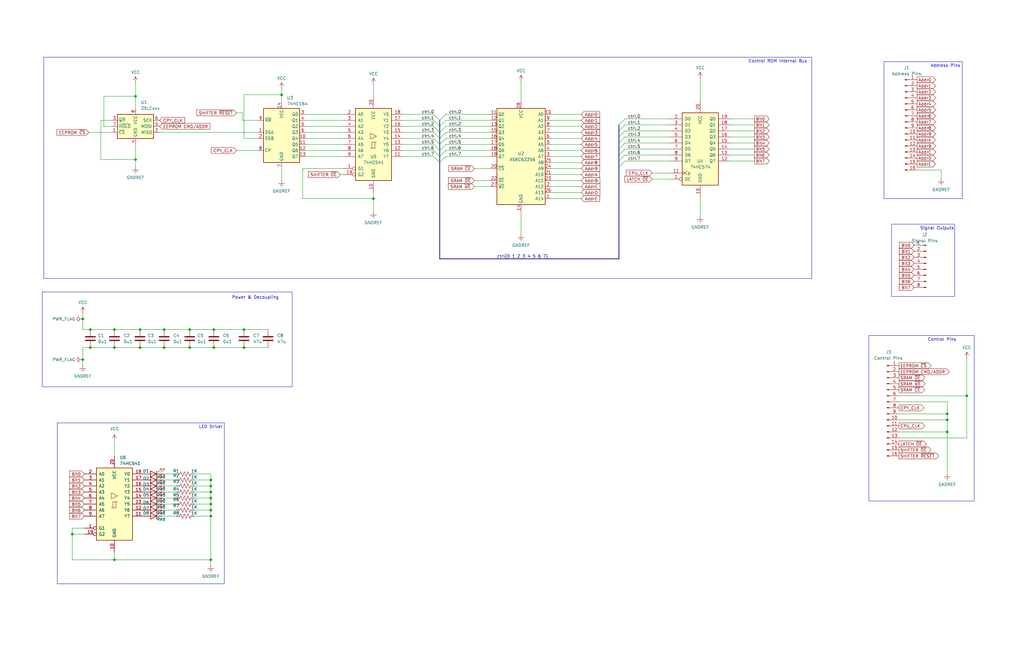
<source format=kicad_sch>
(kicad_sch (version 20230121) (generator eeschema)
  (paper "B")
  (title_block (title "Control ROM") (date "2024-03-01") (rev "1.0") (company "16-Bit Computer From Scratch") (comment 1 "Adam Clark (@eryjus)"))
  (lib_symbols
    (symbol "74xx:74HC164"
      (property "Reference" "U" (at 1.905 -13.97 0))
      (property "Value" "74HC164" (at 1.905 -16.51 0))
      (symbol "74HC164_0_1"
        (rectangle (start 7.62 10.16) (end -7.62 -12.7) (stroke (width 0.254)) (fill (type background)))
      )
      (symbol "74HC164_1_1"
        (pin input line (at -10.16 0 0) (length 2.54) (name "DSA") (number "1"))
        (pin output line (at 10.16 -2.54 180) (length 2.54) (name "Q4") (number "10"))
        (pin output line (at 10.16 -5.08 180) (length 2.54) (name "Q5") (number "11"))
        (pin output line (at 10.16 -7.62 180) (length 2.54) (name "Q6") (number "12"))
        (pin output line (at 10.16 -10.16 180) (length 2.54) (name "Q7") (number "13"))
        (pin power_in line (at 0 12.7 270) (length 2.54) (name "VCC") (number "14"))
        (pin input line (at -10.16 -2.54 0) (length 2.54) (name "DSB") (number "2"))
        (pin output line (at 10.16 7.62 180) (length 2.54) (name "Q0") (number "3"))
        (pin output line (at 10.16 5.08 180) (length 2.54) (name "Q1") (number "4"))
        (pin output line (at 10.16 2.54 180) (length 2.54) (name "Q2") (number "5"))
        (pin output line (at 10.16 0 180) (length 2.54) (name "Q3") (number "6"))
        (pin power_in line (at 0 -15.24 90) (length 2.54) (name "GND") (number "7"))
        (pin input line (at -10.16 -7.62 0) (length 2.54) (name "CP") (number "8"))
        (pin input line (at -10.16 5.08 0) (length 2.54) (name "~{MR}") (number "9"))
      )
    )
    (symbol "Connector:Conn_01x08_Pin" (pin_names (offset 1.016) hide)
      (property "Reference" "J" (at 0 10.16 0))
      (property "Value" "Conn_01x08_Pin" (at 0 -12.7 0))
      (symbol "Conn_01x08_Pin_1_1"
        (polyline (pts (xy 1.27 -10.16) (xy 0.8636 -10.16)) (stroke (width 0.1524)))
        (polyline (pts (xy 1.27 -7.62) (xy 0.8636 -7.62)) (stroke (width 0.1524)))
        (polyline (pts (xy 1.27 -5.08) (xy 0.8636 -5.08)) (stroke (width 0.1524)))
        (polyline (pts (xy 1.27 -2.54) (xy 0.8636 -2.54)) (stroke (width 0.1524)))
        (polyline (pts (xy 1.27 0) (xy 0.8636 0)) (stroke (width 0.1524)))
        (polyline (pts (xy 1.27 2.54) (xy 0.8636 2.54)) (stroke (width 0.1524)))
        (polyline (pts (xy 1.27 5.08) (xy 0.8636 5.08)) (stroke (width 0.1524)))
        (polyline (pts (xy 1.27 7.62) (xy 0.8636 7.62)) (stroke (width 0.1524)))
        (rectangle (start 0.8636 -10.033) (end 0 -10.287) (stroke (width 0.1524)) (fill (type outline)))
        (rectangle (start 0.8636 -7.493) (end 0 -7.747) (stroke (width 0.1524)) (fill (type outline)))
        (rectangle (start 0.8636 -4.953) (end 0 -5.207) (stroke (width 0.1524)) (fill (type outline)))
        (rectangle (start 0.8636 -2.413) (end 0 -2.667) (stroke (width 0.1524)) (fill (type outline)))
        (rectangle (start 0.8636 0.127) (end 0 -0.127) (stroke (width 0.1524)) (fill (type outline)))
        (rectangle (start 0.8636 2.667) (end 0 2.413) (stroke (width 0.1524)) (fill (type outline)))
        (rectangle (start 0.8636 5.207) (end 0 4.953) (stroke (width 0.1524)) (fill (type outline)))
        (rectangle (start 0.8636 7.747) (end 0 7.493) (stroke (width 0.1524)) (fill (type outline)))
        (pin passive line (at 5.08 7.62 180) (length 3.81) (name "Pin_1") (number "1"))
        (pin passive line (at 5.08 5.08 180) (length 3.81) (name "Pin_2") (number "2"))
        (pin passive line (at 5.08 2.54 180) (length 3.81) (name "Pin_3") (number "3"))
        (pin passive line (at 5.08 0 180) (length 3.81) (name "Pin_4") (number "4"))
        (pin passive line (at 5.08 -2.54 180) (length 3.81) (name "Pin_5") (number "5"))
        (pin passive line (at 5.08 -5.08 180) (length 3.81) (name "Pin_6") (number "6"))
        (pin passive line (at 5.08 -7.62 180) (length 3.81) (name "Pin_7") (number "7"))
        (pin passive line (at 5.08 -10.16 180) (length 3.81) (name "Pin_8") (number "8"))
      )
    )
    (symbol "Connector:Conn_01x16_Pin" (pin_names (offset 1.016) hide)
      (property "Reference" "J" (at 0 20.32 0))
      (property "Value" "Conn_01x16_Pin" (at 0 -22.86 0))
      (symbol "Conn_01x16_Pin_1_1"
        (polyline (pts (xy 1.27 -20.32) (xy 0.8636 -20.32)) (stroke (width 0.1524)))
        (polyline (pts (xy 1.27 -17.78) (xy 0.8636 -17.78)) (stroke (width 0.1524)))
        (polyline (pts (xy 1.27 -15.24) (xy 0.8636 -15.24)) (stroke (width 0.1524)))
        (polyline (pts (xy 1.27 -12.7) (xy 0.8636 -12.7)) (stroke (width 0.1524)))
        (polyline (pts (xy 1.27 -10.16) (xy 0.8636 -10.16)) (stroke (width 0.1524)))
        (polyline (pts (xy 1.27 -7.62) (xy 0.8636 -7.62)) (stroke (width 0.1524)))
        (polyline (pts (xy 1.27 -5.08) (xy 0.8636 -5.08)) (stroke (width 0.1524)))
        (polyline (pts (xy 1.27 -2.54) (xy 0.8636 -2.54)) (stroke (width 0.1524)))
        (polyline (pts (xy 1.27 0) (xy 0.8636 0)) (stroke (width 0.1524)))
        (polyline (pts (xy 1.27 2.54) (xy 0.8636 2.54)) (stroke (width 0.1524)))
        (polyline (pts (xy 1.27 5.08) (xy 0.8636 5.08)) (stroke (width 0.1524)))
        (polyline (pts (xy 1.27 7.62) (xy 0.8636 7.62)) (stroke (width 0.1524)))
        (polyline (pts (xy 1.27 10.16) (xy 0.8636 10.16)) (stroke (width 0.1524)))
        (polyline (pts (xy 1.27 12.7) (xy 0.8636 12.7)) (stroke (width 0.1524)))
        (polyline (pts (xy 1.27 15.24) (xy 0.8636 15.24)) (stroke (width 0.1524)))
        (polyline (pts (xy 1.27 17.78) (xy 0.8636 17.78)) (stroke (width 0.1524)))
        (rectangle (start 0.8636 -20.193) (end 0 -20.447) (stroke (width 0.1524)) (fill (type outline)))
        (rectangle (start 0.8636 -17.653) (end 0 -17.907) (stroke (width 0.1524)) (fill (type outline)))
        (rectangle (start 0.8636 -15.113) (end 0 -15.367) (stroke (width 0.1524)) (fill (type outline)))
        (rectangle (start 0.8636 -12.573) (end 0 -12.827) (stroke (width 0.1524)) (fill (type outline)))
        (rectangle (start 0.8636 -10.033) (end 0 -10.287) (stroke (width 0.1524)) (fill (type outline)))
        (rectangle (start 0.8636 -7.493) (end 0 -7.747) (stroke (width 0.1524)) (fill (type outline)))
        (rectangle (start 0.8636 -4.953) (end 0 -5.207) (stroke (width 0.1524)) (fill (type outline)))
        (rectangle (start 0.8636 -2.413) (end 0 -2.667) (stroke (width 0.1524)) (fill (type outline)))
        (rectangle (start 0.8636 0.127) (end 0 -0.127) (stroke (width 0.1524)) (fill (type outline)))
        (rectangle (start 0.8636 2.667) (end 0 2.413) (stroke (width 0.1524)) (fill (type outline)))
        (rectangle (start 0.8636 5.207) (end 0 4.953) (stroke (width 0.1524)) (fill (type outline)))
        (rectangle (start 0.8636 7.747) (end 0 7.493) (stroke (width 0.1524)) (fill (type outline)))
        (rectangle (start 0.8636 10.287) (end 0 10.033) (stroke (width 0.1524)) (fill (type outline)))
        (rectangle (start 0.8636 12.827) (end 0 12.573) (stroke (width 0.1524)) (fill (type outline)))
        (rectangle (start 0.8636 15.367) (end 0 15.113) (stroke (width 0.1524)) (fill (type outline)))
        (rectangle (start 0.8636 17.907) (end 0 17.653) (stroke (width 0.1524)) (fill (type outline)))
        (pin passive line (at 5.08 17.78 180) (length 3.81) (name "Pin_1") (number "1"))
        (pin passive line (at 5.08 -5.08 180) (length 3.81) (name "Pin_10") (number "10"))
        (pin passive line (at 5.08 -7.62 180) (length 3.81) (name "Pin_11") (number "11"))
        (pin passive line (at 5.08 -10.16 180) (length 3.81) (name "Pin_12") (number "12"))
        (pin passive line (at 5.08 -12.7 180) (length 3.81) (name "Pin_13") (number "13"))
        (pin passive line (at 5.08 -15.24 180) (length 3.81) (name "Pin_14") (number "14"))
        (pin passive line (at 5.08 -17.78 180) (length 3.81) (name "Pin_15") (number "15"))
        (pin passive line (at 5.08 -20.32 180) (length 3.81) (name "Pin_16") (number "16"))
        (pin passive line (at 5.08 15.24 180) (length 3.81) (name "Pin_2") (number "2"))
        (pin passive line (at 5.08 12.7 180) (length 3.81) (name "Pin_3") (number "3"))
        (pin passive line (at 5.08 10.16 180) (length 3.81) (name "Pin_4") (number "4"))
        (pin passive line (at 5.08 7.62 180) (length 3.81) (name "Pin_5") (number "5"))
        (pin passive line (at 5.08 5.08 180) (length 3.81) (name "Pin_6") (number "6"))
        (pin passive line (at 5.08 2.54 180) (length 3.81) (name "Pin_7") (number "7"))
        (pin passive line (at 5.08 0 180) (length 3.81) (name "Pin_8") (number "8"))
        (pin passive line (at 5.08 -2.54 180) (length 3.81) (name "Pin_9") (number "9"))
      )
    )
    (symbol "Device:C" (pin_numbers hide) (pin_names (offset 0.254))
      (property "Reference" "C" (at 0.635 2.54 0))
      (property "Value" "C" (at 0.635 -2.54 0))
      (symbol "C_0_1"
        (polyline (pts (xy -2.032 -0.762) (xy 2.032 -0.762)) (stroke (width 0.508)))
        (polyline (pts (xy -2.032 0.762) (xy 2.032 0.762)) (stroke (width 0.508)))
      )
      (symbol "C_1_1"
        (pin passive line (at 0 3.81 270) (length 2.794) (name "~") (number "1"))
        (pin passive line (at 0 -3.81 90) (length 2.794) (name "~") (number "2"))
      )
    )
    (symbol "Device:LED" (pin_numbers hide) (pin_names (offset 1.016) hide)
      (property "Reference" "D" (at 0 2.54 0))
      (property "Value" "LED" (at 0 -2.54 0))
      (symbol "LED_0_1"
        (polyline (pts (xy -1.27 -1.27) (xy -1.27 1.27)) (stroke (width 0.254)))
        (polyline (pts (xy -1.27 0) (xy 1.27 0)))
        (polyline (pts (xy 1.27 -1.27) (xy 1.27 1.27) (xy -1.27 0) (xy 1.27 -1.27)) (stroke (width 0.254)))
        (polyline (pts (xy -3.048 -0.762) (xy -4.572 -2.286) (xy -3.81 -2.286) (xy -4.572 -2.286) (xy -4.572 -1.524)))
        (polyline (pts (xy -1.778 -0.762) (xy -3.302 -2.286) (xy -2.54 -2.286) (xy -3.302 -2.286) (xy -3.302 -1.524)))
      )
      (symbol "LED_1_1"
        (pin passive line (at -3.81 0 0) (length 2.54) (name "K") (number "1"))
        (pin passive line (at 3.81 0 180) (length 2.54) (name "A") (number "2"))
      )
    )
    (symbol "Device:R_US" (pin_numbers hide) (pin_names (offset 0))
      (property "Reference" "R" (at 2.54 0 90))
      (property "Value" "R_US" (at -2.54 0 90))
      (symbol "R_US_0_1"
        (polyline (pts (xy 0 -2.286) (xy 0 -2.54)))
        (polyline (pts (xy 0 2.286) (xy 0 2.54)))
        (polyline (pts (xy 0 -0.762) (xy 1.016 -1.143) (xy 0 -1.524) (xy -1.016 -1.905) (xy 0 -2.286)))
        (polyline (pts (xy 0 0.762) (xy 1.016 0.381) (xy 0 0) (xy -1.016 -0.381) (xy 0 -0.762)))
        (polyline (pts (xy 0 2.286) (xy 1.016 1.905) (xy 0 1.524) (xy -1.016 1.143) (xy 0 0.762)))
      )
      (symbol "R_US_1_1"
        (pin passive line (at 0 3.81 270) (length 1.27) (name "~") (number "1"))
        (pin passive line (at 0 -3.81 90) (length 1.27) (name "~") (number "2"))
      )
    )
    (symbol "Memory_EEPROM:25LCxxx"
      (property "Reference" "U" (at -7.62 6.35 0))
      (property "Value" "25LCxxx" (at 2.54 -6.35 0))
      (symbol "25LCxxx_1_1"
        (rectangle (start -7.62 5.08) (end 7.62 -5.08) (stroke (width 0.254)) (fill (type background)))
        (pin input line (at -10.16 -2.54 0) (length 2.54) (name "~{CS}") (number "1"))
        (pin tri_state line (at 10.16 -2.54 180) (length 2.54) (name "MISO") (number "2"))
        (pin input line (at -10.16 2.54 0) (length 2.54) (name "~{WP}") (number "3"))
        (pin power_in line (at 0 -7.62 90) (length 2.54) (name "GND") (number "4"))
        (pin input line (at 10.16 0 180) (length 2.54) (name "MOSI") (number "5"))
        (pin input line (at 10.16 2.54 180) (length 2.54) (name "SCK") (number "6"))
        (pin input line (at -10.16 0 0) (length 2.54) (name "~{HOLD}") (number "7"))
        (pin power_in line (at 0 7.62 270) (length 2.54) (name "VCC") (number "8"))
      )
    )
    (symbol "Memory_RAM:KM62256CLP"
      (property "Reference" "U" (at -10.16 20.955 0))
      (property "Value" "KM62256CLP" (at 2.54 20.955 0))
      (symbol "KM62256CLP_0_0"
        (pin power_in line (at 0 -22.86 90) (length 2.54) (name "GND") (number "14"))
        (pin power_in line (at 0 22.86 270) (length 2.54) (name "VCC") (number "28"))
      )
      (symbol "KM62256CLP_0_1"
        (rectangle (start -10.16 20.32) (end 10.16 -20.32) (stroke (width 0.254)) (fill (type background)))
      )
      (symbol "KM62256CLP_1_1"
        (pin input line (at -12.7 -17.78 0) (length 2.54) (name "A14") (number "1"))
        (pin input line (at -12.7 17.78 0) (length 2.54) (name "A0") (number "10"))
        (pin tri_state line (at 12.7 17.78 180) (length 2.54) (name "Q0") (number "11"))
        (pin tri_state line (at 12.7 15.24 180) (length 2.54) (name "Q1") (number "12"))
        (pin tri_state line (at 12.7 12.7 180) (length 2.54) (name "Q2") (number "13"))
        (pin tri_state line (at 12.7 10.16 180) (length 2.54) (name "Q3") (number "15"))
        (pin tri_state line (at 12.7 7.62 180) (length 2.54) (name "Q4") (number "16"))
        (pin tri_state line (at 12.7 5.08 180) (length 2.54) (name "Q5") (number "17"))
        (pin tri_state line (at 12.7 2.54 180) (length 2.54) (name "Q6") (number "18"))
        (pin tri_state line (at 12.7 0 180) (length 2.54) (name "Q7") (number "19"))
        (pin input line (at -12.7 -12.7 0) (length 2.54) (name "A12") (number "2"))
        (pin input line (at 12.7 -5.08 180) (length 2.54) (name "~{CS}") (number "20"))
        (pin input line (at -12.7 -7.62 0) (length 2.54) (name "A10") (number "21"))
        (pin input line (at 12.7 -10.16 180) (length 2.54) (name "~{OE}") (number "22"))
        (pin input line (at -12.7 -10.16 0) (length 2.54) (name "A11") (number "23"))
        (pin input line (at -12.7 -5.08 0) (length 2.54) (name "A9") (number "24"))
        (pin input line (at -12.7 -2.54 0) (length 2.54) (name "A8") (number "25"))
        (pin input line (at -12.7 -15.24 0) (length 2.54) (name "A13") (number "26"))
        (pin input line (at 12.7 -12.7 180) (length 2.54) (name "~{WE}") (number "27"))
        (pin input line (at -12.7 0 0) (length 2.54) (name "A7") (number "3"))
        (pin input line (at -12.7 2.54 0) (length 2.54) (name "A6") (number "4"))
        (pin input line (at -12.7 5.08 0) (length 2.54) (name "A5") (number "5"))
        (pin input line (at -12.7 7.62 0) (length 2.54) (name "A4") (number "6"))
        (pin input line (at -12.7 10.16 0) (length 2.54) (name "A3") (number "7"))
        (pin input line (at -12.7 12.7 0) (length 2.54) (name "A2") (number "8"))
        (pin input line (at -12.7 15.24 0) (length 2.54) (name "A1") (number "9"))
      )
    )
    (symbol "eryjus:74HC541" (pin_names (offset 1.016))
      (property "Reference" "U" (at -7.62 16.51 0))
      (property "Value" "74HC541" (at -7.62 -16.51 0))
      (symbol "74HC541_1_0"
        (polyline (pts (xy -0.635 -1.6002) (xy -0.635 0.9398) (xy 0.635 0.9398)))
        (polyline (pts (xy -1.27 -1.6002) (xy 0.635 -1.6002) (xy 0.635 0.9398) (xy 1.27 0.9398)))
        (polyline (pts (xy 1.27 3.4798) (xy -1.27 4.7498) (xy -1.27 2.2098) (xy 1.27 3.4798)) (stroke (width 0.1524)))
        (pin input inverted (at -12.7 -10.16 0) (length 5.08) (name "G1") (number "1"))
        (pin power_in line (at 0 -20.32 90) (length 5.08) (name "GND") (number "10"))
        (pin tri_state line (at 12.7 -5.08 180) (length 5.08) (name "Y7") (number "11"))
        (pin tri_state line (at 12.7 -2.54 180) (length 5.08) (name "Y6") (number "12"))
        (pin tri_state line (at 12.7 0 180) (length 5.08) (name "Y5") (number "13"))
        (pin tri_state line (at 12.7 2.54 180) (length 5.08) (name "Y4") (number "14"))
        (pin tri_state line (at 12.7 5.08 180) (length 5.08) (name "Y3") (number "15"))
        (pin tri_state line (at 12.7 7.62 180) (length 5.08) (name "Y2") (number "16"))
        (pin tri_state line (at 12.7 10.16 180) (length 5.08) (name "Y1") (number "17"))
        (pin tri_state line (at 12.7 12.7 180) (length 5.08) (name "Y0") (number "18"))
        (pin input inverted (at -12.7 -12.7 0) (length 5.08) (name "G2") (number "19"))
        (pin input line (at -12.7 12.7 0) (length 5.08) (name "A0") (number "2"))
        (pin power_in line (at 0 20.32 270) (length 5.08) (name "VCC") (number "20"))
        (pin input line (at -12.7 10.16 0) (length 5.08) (name "A1") (number "3"))
        (pin input line (at -12.7 7.62 0) (length 5.08) (name "A2") (number "4"))
        (pin input line (at -12.7 5.08 0) (length 5.08) (name "A3") (number "5"))
        (pin input line (at -12.7 2.54 0) (length 5.08) (name "A4") (number "6"))
        (pin input line (at -12.7 0 0) (length 5.08) (name "A5") (number "7"))
        (pin input line (at -12.7 -2.54 0) (length 5.08) (name "A6") (number "8"))
        (pin input line (at -12.7 -5.08 0) (length 5.08) (name "A7") (number "9"))
      )
      (symbol "74HC541_1_1"
        (rectangle (start -7.62 15.24) (end 7.62 -15.24) (stroke (width 0.254)) (fill (type background)))
      )
    )
    (symbol "eryjus:74HC574" (pin_names (offset 1.016))
      (property "Reference" "U" (at -7.62 16.51 0))
      (property "Value" "74HC574" (at -7.62 -16.51 0))
      (symbol "74HC574_1_0"
        (pin input inverted (at -12.7 -12.7 0) (length 5.08) (name "OE") (number "1"))
        (pin power_in line (at 0 -20.32 90) (length 5.08) (name "GND") (number "10"))
        (pin input clock (at -12.7 -10.16 0) (length 5.08) (name "Cp") (number "11"))
        (pin tri_state line (at 12.7 -5.08 180) (length 5.08) (name "Q7") (number "12"))
        (pin tri_state line (at 12.7 -2.54 180) (length 5.08) (name "Q6") (number "13"))
        (pin tri_state line (at 12.7 0 180) (length 5.08) (name "Q5") (number "14"))
        (pin tri_state line (at 12.7 2.54 180) (length 5.08) (name "Q4") (number "15"))
        (pin tri_state line (at 12.7 5.08 180) (length 5.08) (name "Q3") (number "16"))
        (pin tri_state line (at 12.7 7.62 180) (length 5.08) (name "Q2") (number "17"))
        (pin tri_state line (at 12.7 10.16 180) (length 5.08) (name "Q1") (number "18"))
        (pin tri_state line (at 12.7 12.7 180) (length 5.08) (name "Q0") (number "19"))
        (pin input line (at -12.7 12.7 0) (length 5.08) (name "D0") (number "2"))
        (pin power_in line (at 0 20.32 270) (length 5.08) (name "VCC") (number "20"))
        (pin input line (at -12.7 10.16 0) (length 5.08) (name "D1") (number "3"))
        (pin input line (at -12.7 7.62 0) (length 5.08) (name "D2") (number "4"))
        (pin input line (at -12.7 5.08 0) (length 5.08) (name "D3") (number "5"))
        (pin input line (at -12.7 2.54 0) (length 5.08) (name "D4") (number "6"))
        (pin input line (at -12.7 0 0) (length 5.08) (name "D5") (number "7"))
        (pin input line (at -12.7 -2.54 0) (length 5.08) (name "D6") (number "8"))
        (pin input line (at -12.7 -5.08 0) (length 5.08) (name "D7") (number "9"))
      )
      (symbol "74HC574_1_1"
        (rectangle (start -7.62 15.24) (end 7.62 -15.24) (stroke (width 0.254)) (fill (type background)))
      )
    )
    (symbol "power:GNDREF" (power) (pin_names (offset 0))
      (property "Value" "GNDREF" (at 0 -3.81 0))
      (symbol "GNDREF_0_1"
        (polyline (pts (xy -0.635 -1.905) (xy 0.635 -1.905)))
        (polyline (pts (xy -0.127 -2.54) (xy 0.127 -2.54)))
        (polyline (pts (xy 0 -1.27) (xy 0 0)))
        (polyline (pts (xy 1.27 -1.27) (xy -1.27 -1.27)))
      )
      (symbol "GNDREF_1_1"
        (pin power_in line (at 0 0 270) (length 0) hide (name "GNDREF") (number "1"))
      )
    )
    (symbol "power:PWR_FLAG" (power) (pin_numbers hide) (pin_names (offset 0) hide)
      (property "Value" "PWR_FLAG" (at 0 3.81 0))
      (symbol "PWR_FLAG_0_0"
        (pin power_out line (at 0 0 90) (length 0) (name "pwr") (number "1"))
      )
      (symbol "PWR_FLAG_0_1"
        (polyline (pts (xy 0 0) (xy 0 1.27) (xy -1.016 1.905) (xy 0 2.54) (xy 1.016 1.905) (xy 0 1.27)))
      )
    )
    (symbol "power:VCC" (power) (pin_names (offset 0))
      (property "Value" "VCC" (at 0 3.81 0))
      (symbol "VCC_0_1"
        (polyline (pts (xy -0.762 1.27) (xy 0 2.54)))
        (polyline (pts (xy 0 0) (xy 0 2.54)))
        (polyline (pts (xy 0 2.54) (xy 0.762 1.27)))
      )
      (symbol "VCC_1_1"
        (pin power_in line (at 0 0 90) (length 0) hide (name "VCC") (number "1"))
      )
    )
  )
  (junction (at 90.17 146.685))
  (junction (at 399.415 182.245))
  (junction (at 88.9 236.22))
  (junction (at 48.26 236.22))
  (junction (at 34.925 134.62))
  (junction (at 69.215 139.065))
  (junction (at 30.48 225.425))
  (junction (at 88.9 210.185))
  (junction (at 69.215 146.685))
  (junction (at 399.415 174.625))
  (junction (at 102.87 139.065))
  (junction (at 399.415 177.165))
  (junction (at 57.15 40.64))
  (junction (at 59.055 139.065))
  (junction (at 59.055 146.685))
  (junction (at 80.01 146.685))
  (junction (at 157.48 83.82))
  (junction (at 34.925 151.765))
  (junction (at 88.9 207.645))
  (junction (at 102.87 146.685))
  (junction (at 57.15 67.31))
  (junction (at 48.26 139.065))
  (junction (at 38.1 146.685))
  (junction (at 88.9 217.805))
  (junction (at 88.9 205.105))
  (junction (at 88.9 202.565))
  (junction (at 118.745 40.005))
  (junction (at 407.67 167.005))
  (junction (at 88.9 215.265))
  (junction (at 88.9 212.725))
  (junction (at 38.1 139.065))
  (junction (at 48.26 146.685))
  (junction (at 80.01 139.065))
  (junction (at 90.17 139.065))
  (bus_entry (at 182.88 58.42) (size 2.54 2.54))
  (bus_entry (at 182.88 55.88) (size 2.54 2.54))
  (bus_entry (at 182.88 63.5) (size 2.54 2.54))
  (bus_entry (at 182.88 60.96) (size 2.54 2.54))
  (bus_entry (at 182.88 66.04) (size 2.54 2.54))
  (bus_entry (at 187.96 53.34) (size -2.54 2.54))
  (bus_entry (at 263.525 62.865) (size -2.54 2.54))
  (bus_entry (at 187.96 58.42) (size -2.54 2.54))
  (bus_entry (at 263.525 55.245) (size -2.54 2.54))
  (bus_entry (at 187.96 60.96) (size -2.54 2.54))
  (bus_entry (at 263.525 67.945) (size -2.54 2.54))
  (bus_entry (at 187.96 63.5) (size -2.54 2.54))
  (bus_entry (at 263.525 57.785) (size -2.54 2.54))
  (bus_entry (at 187.96 66.04) (size -2.54 2.54))
  (bus_entry (at 263.525 52.705) (size -2.54 2.54))
  (bus_entry (at 263.525 65.405) (size -2.54 2.54))
  (bus_entry (at 263.525 50.165) (size -2.54 2.54))
  (bus_entry (at 182.88 50.8) (size 2.54 2.54))
  (bus_entry (at 263.525 60.325) (size -2.54 2.54))
  (bus_entry (at 182.88 48.26) (size 2.54 2.54))
  (bus_entry (at 182.88 53.34) (size 2.54 2.54))
  (bus_entry (at 187.96 55.88) (size -2.54 2.54))
  (bus_entry (at 187.96 48.26) (size -2.54 2.54))
  (bus_entry (at 187.96 50.8) (size -2.54 2.54))
  (wire (pts (xy 99.695 63.5) (xy 108.585 63.5)))
  (wire (pts (xy 128.905 48.26) (xy 144.78 48.26)))
  (wire (pts (xy 318.135 52.705) (xy 307.975 52.705)))
  (wire (pts (xy 118.745 76.2) (xy 118.745 71.12)))
  (wire (pts (xy 35.56 222.885) (xy 30.48 222.885)))
  (bus (pts (xy 260.985 52.705) (xy 260.985 55.245)))
  (wire (pts (xy 34.925 134.62) (xy 34.925 139.065)))
  (wire (pts (xy 74.295 205.105) (xy 68.58 205.105)))
  (wire (pts (xy 30.48 225.425) (xy 35.56 225.425)))
  (bus (pts (xy 185.42 109.22) (xy 260.985 109.22)))
  (wire (pts (xy 127.635 71.12) (xy 127.635 83.82)))
  (wire (pts (xy 81.915 205.105) (xy 88.9 205.105)))
  (wire (pts (xy 399.415 177.165) (xy 399.415 182.245)))
  (wire (pts (xy 318.135 65.405) (xy 307.975 65.405)))
  (wire (pts (xy 81.915 200.025) (xy 88.9 200.025)))
  (bus (pts (xy 260.985 55.245) (xy 260.985 57.785)))
  (wire (pts (xy 263.525 52.705) (xy 282.575 52.705)))
  (wire (pts (xy 200.025 78.74) (xy 207.01 78.74)))
  (wire (pts (xy 295.275 91.44) (xy 295.275 83.185)))
  (wire (pts (xy 219.71 99.06) (xy 219.71 88.9)))
  (bus (pts (xy 185.42 63.5) (xy 185.42 66.04)))
  (wire (pts (xy 48.26 146.685) (xy 59.055 146.685)))
  (wire (pts (xy 245.11 53.34) (xy 232.41 53.34)))
  (wire (pts (xy 379.095 174.625) (xy 399.415 174.625)))
  (wire (pts (xy 81.915 210.185) (xy 88.9 210.185)))
  (wire (pts (xy 88.9 200.025) (xy 88.9 202.565)))
  (wire (pts (xy 170.18 63.5) (xy 182.88 63.5)))
  (wire (pts (xy 38.1 139.065) (xy 48.26 139.065)))
  (wire (pts (xy 67.31 55.88) (xy 108.585 55.88)))
  (wire (pts (xy 34.925 151.765) (xy 34.925 146.685)))
  (wire (pts (xy 318.135 55.245) (xy 307.975 55.245)))
  (wire (pts (xy 48.26 186.055) (xy 48.26 192.405)))
  (wire (pts (xy 170.18 58.42) (xy 182.88 58.42)))
  (wire (pts (xy 170.18 66.04) (xy 182.88 66.04)))
  (wire (pts (xy 88.9 202.565) (xy 88.9 205.105)))
  (wire (pts (xy 263.525 55.245) (xy 282.575 55.245)))
  (wire (pts (xy 143.51 73.66) (xy 144.78 73.66)))
  (bus (pts (xy 185.42 58.42) (xy 185.42 60.96)))
  (wire (pts (xy 379.095 177.165) (xy 399.415 177.165)))
  (wire (pts (xy 407.67 167.005) (xy 407.67 184.785)))
  (wire (pts (xy 74.295 200.025) (xy 68.58 200.025)))
  (bus (pts (xy 260.985 62.865) (xy 260.985 65.405)))
  (wire (pts (xy 170.18 48.26) (xy 182.88 48.26)))
  (wire (pts (xy 245.11 76.2) (xy 232.41 76.2)))
  (wire (pts (xy 80.01 139.065) (xy 90.17 139.065)))
  (wire (pts (xy 245.11 68.58) (xy 232.41 68.58)))
  (wire (pts (xy 144.78 71.12) (xy 127.635 71.12)))
  (wire (pts (xy 43.815 40.64) (xy 57.15 40.64)))
  (wire (pts (xy 102.87 139.065) (xy 113.03 139.065)))
  (wire (pts (xy 245.11 78.74) (xy 232.41 78.74)))
  (wire (pts (xy 379.095 169.545) (xy 399.415 169.545)))
  (wire (pts (xy 102.87 58.42) (xy 102.87 40.005)))
  (wire (pts (xy 396.875 71.755) (xy 396.875 75.565)))
  (wire (pts (xy 102.87 146.685) (xy 113.03 146.685)))
  (wire (pts (xy 219.71 34.29) (xy 219.71 43.18)))
  (wire (pts (xy 318.135 57.785) (xy 307.975 57.785)))
  (wire (pts (xy 128.905 63.5) (xy 144.78 63.5)))
  (bus (pts (xy 260.985 57.785) (xy 260.985 60.325)))
  (wire (pts (xy 263.525 62.865) (xy 282.575 62.865)))
  (wire (pts (xy 88.9 207.645) (xy 88.9 210.185)))
  (wire (pts (xy 263.525 67.945) (xy 282.575 67.945)))
  (wire (pts (xy 88.9 217.805) (xy 88.9 236.22)))
  (bus (pts (xy 185.42 60.96) (xy 185.42 63.5)))
  (wire (pts (xy 59.055 139.065) (xy 69.215 139.065)))
  (bus (pts (xy 260.985 65.405) (xy 260.985 67.945)))
  (wire (pts (xy 102.235 47.625) (xy 102.235 50.8)))
  (wire (pts (xy 42.545 67.31) (xy 57.15 67.31)))
  (wire (pts (xy 245.11 66.04) (xy 232.41 66.04)))
  (wire (pts (xy 38.1 146.685) (xy 48.26 146.685)))
  (wire (pts (xy 379.095 182.245) (xy 399.415 182.245)))
  (wire (pts (xy 88.9 210.185) (xy 88.9 212.725)))
  (wire (pts (xy 128.905 58.42) (xy 144.78 58.42)))
  (wire (pts (xy 157.48 89.535) (xy 157.48 83.82)))
  (wire (pts (xy 200.025 71.12) (xy 207.01 71.12)))
  (wire (pts (xy 34.925 146.685) (xy 38.1 146.685)))
  (wire (pts (xy 99.695 47.625) (xy 102.235 47.625)))
  (wire (pts (xy 118.745 40.005) (xy 118.745 43.18)))
  (wire (pts (xy 81.915 202.565) (xy 88.9 202.565)))
  (wire (pts (xy 37.465 55.88) (xy 46.99 55.88)))
  (wire (pts (xy 90.17 139.065) (xy 102.87 139.065)))
  (wire (pts (xy 170.18 50.8) (xy 182.88 50.8)))
  (bus (pts (xy 185.42 68.58) (xy 185.42 109.22)))
  (wire (pts (xy 386.715 71.755) (xy 396.875 71.755)))
  (wire (pts (xy 187.96 50.8) (xy 207.01 50.8)))
  (bus (pts (xy 260.985 67.945) (xy 260.985 70.485)))
  (wire (pts (xy 102.87 40.005) (xy 118.745 40.005)))
  (wire (pts (xy 128.905 60.96) (xy 144.78 60.96)))
  (wire (pts (xy 34.925 139.065) (xy 38.1 139.065)))
  (wire (pts (xy 74.295 217.805) (xy 68.58 217.805)))
  (wire (pts (xy 263.525 60.325) (xy 282.575 60.325)))
  (wire (pts (xy 46.99 50.8) (xy 42.545 50.8)))
  (bus (pts (xy 185.42 50.8) (xy 185.42 53.34)))
  (wire (pts (xy 399.415 169.545) (xy 399.415 174.625)))
  (wire (pts (xy 69.215 139.065) (xy 80.01 139.065)))
  (wire (pts (xy 74.295 207.645) (xy 68.58 207.645)))
  (wire (pts (xy 263.525 65.405) (xy 282.575 65.405)))
  (wire (pts (xy 57.15 67.31) (xy 57.15 60.96)))
  (wire (pts (xy 42.545 50.8) (xy 42.545 67.31)))
  (wire (pts (xy 43.815 53.34) (xy 43.815 40.64)))
  (wire (pts (xy 187.96 53.34) (xy 207.01 53.34)))
  (wire (pts (xy 170.18 53.34) (xy 182.88 53.34)))
  (wire (pts (xy 81.915 212.725) (xy 88.9 212.725)))
  (wire (pts (xy 157.48 83.82) (xy 157.48 81.28)))
  (wire (pts (xy 245.11 55.88) (xy 232.41 55.88)))
  (wire (pts (xy 170.18 60.96) (xy 182.88 60.96)))
  (bus (pts (xy 185.42 66.04) (xy 185.42 68.58)))
  (wire (pts (xy 88.9 215.265) (xy 88.9 217.805)))
  (wire (pts (xy 295.275 33.02) (xy 295.275 42.545)))
  (wire (pts (xy 274.955 73.025) (xy 282.575 73.025)))
  (wire (pts (xy 187.96 63.5) (xy 207.01 63.5)))
  (wire (pts (xy 245.11 71.12) (xy 232.41 71.12)))
  (wire (pts (xy 88.9 236.22) (xy 88.9 238.76)))
  (wire (pts (xy 57.15 34.925) (xy 57.15 40.64)))
  (wire (pts (xy 74.295 215.265) (xy 68.58 215.265)))
  (wire (pts (xy 74.295 210.185) (xy 68.58 210.185)))
  (wire (pts (xy 200.025 76.2) (xy 207.01 76.2)))
  (wire (pts (xy 245.11 63.5) (xy 232.41 63.5)))
  (wire (pts (xy 88.9 212.725) (xy 88.9 215.265)))
  (wire (pts (xy 318.135 67.945) (xy 307.975 67.945)))
  (wire (pts (xy 187.96 58.42) (xy 207.01 58.42)))
  (wire (pts (xy 88.9 205.105) (xy 88.9 207.645)))
  (wire (pts (xy 379.095 167.005) (xy 407.67 167.005)))
  (wire (pts (xy 379.095 184.785) (xy 407.67 184.785)))
  (wire (pts (xy 187.96 55.88) (xy 207.01 55.88)))
  (wire (pts (xy 245.11 60.96) (xy 232.41 60.96)))
  (wire (pts (xy 157.48 35.56) (xy 157.48 40.64)))
  (wire (pts (xy 46.99 53.34) (xy 43.815 53.34)))
  (wire (pts (xy 128.905 53.34) (xy 144.78 53.34)))
  (wire (pts (xy 34.925 154.305) (xy 34.925 151.765)))
  (wire (pts (xy 48.26 139.065) (xy 59.055 139.065)))
  (wire (pts (xy 128.905 50.8) (xy 144.78 50.8)))
  (wire (pts (xy 245.11 50.8) (xy 232.41 50.8)))
  (wire (pts (xy 118.745 37.465) (xy 118.745 40.005)))
  (wire (pts (xy 34.925 132.08) (xy 34.925 134.62)))
  (wire (pts (xy 59.055 146.685) (xy 69.215 146.685)))
  (wire (pts (xy 81.915 207.645) (xy 88.9 207.645)))
  (wire (pts (xy 245.11 81.28) (xy 232.41 81.28)))
  (wire (pts (xy 57.15 70.485) (xy 57.15 67.31)))
  (bus (pts (xy 260.985 60.325) (xy 260.985 62.865)))
  (wire (pts (xy 81.915 215.265) (xy 88.9 215.265)))
  (wire (pts (xy 30.48 222.885) (xy 30.48 225.425)))
  (wire (pts (xy 74.295 202.565) (xy 68.58 202.565)))
  (wire (pts (xy 263.525 50.165) (xy 282.575 50.165)))
  (wire (pts (xy 245.11 58.42) (xy 232.41 58.42)))
  (bus (pts (xy 260.985 70.485) (xy 260.985 109.22)))
  (wire (pts (xy 48.26 233.045) (xy 48.26 236.22)))
  (bus (pts (xy 185.42 55.88) (xy 185.42 58.42)))
  (wire (pts (xy 74.295 212.725) (xy 68.58 212.725)))
  (wire (pts (xy 318.135 50.165) (xy 307.975 50.165)))
  (wire (pts (xy 187.96 66.04) (xy 207.01 66.04)))
  (wire (pts (xy 318.135 60.325) (xy 307.975 60.325)))
  (wire (pts (xy 30.48 236.22) (xy 48.26 236.22)))
  (wire (pts (xy 187.96 60.96) (xy 207.01 60.96)))
  (wire (pts (xy 57.15 40.64) (xy 57.15 45.72)))
  (wire (pts (xy 69.215 146.685) (xy 80.01 146.685)))
  (wire (pts (xy 81.915 217.805) (xy 88.9 217.805)))
  (wire (pts (xy 263.525 57.785) (xy 282.575 57.785)))
  (wire (pts (xy 245.11 83.82) (xy 232.41 83.82)))
  (wire (pts (xy 245.11 48.26) (xy 232.41 48.26)))
  (wire (pts (xy 245.11 73.66) (xy 232.41 73.66)))
  (wire (pts (xy 90.17 146.685) (xy 102.87 146.685)))
  (wire (pts (xy 30.48 225.425) (xy 30.48 236.22)))
  (wire (pts (xy 187.96 48.26) (xy 207.01 48.26)))
  (wire (pts (xy 399.415 174.625) (xy 399.415 177.165)))
  (bus (pts (xy 185.42 53.34) (xy 185.42 55.88)))
  (wire (pts (xy 407.67 151.13) (xy 407.67 167.005)))
  (wire (pts (xy 102.235 50.8) (xy 108.585 50.8)))
  (wire (pts (xy 399.415 182.245) (xy 399.415 200.025)))
  (wire (pts (xy 127.635 83.82) (xy 157.48 83.82)))
  (wire (pts (xy 108.585 58.42) (xy 102.87 58.42)))
  (wire (pts (xy 80.01 146.685) (xy 90.17 146.685)))
  (wire (pts (xy 128.905 66.04) (xy 144.78 66.04)))
  (wire (pts (xy 128.905 55.88) (xy 144.78 55.88)))
  (wire (pts (xy 170.18 55.88) (xy 182.88 55.88)))
  (wire (pts (xy 274.955 75.565) (xy 282.575 75.565)))
  (wire (pts (xy 318.135 62.865) (xy 307.975 62.865)))
  (wire (pts (xy 48.26 236.22) (xy 88.9 236.22)))
  (rectangle (start 17.78 123.19) (end 123.19 163.195))
  (rectangle (start 24.13 178.435) (end 94.615 246.38))
  (rectangle (start 375.92 94.615) (end 402.59 125.095))
  (rectangle (start 366.395 141.605) (end 410.845 211.455))
  (rectangle (start 372.745 26.035) (end 405.765 83.82))
  (rectangle (start 18.415 24.13) (end 342.265 117.475))
  (text "Control ROM Internal Bus" (at 315.595 26.67 0) (effects (font (size 1.27 1.27)) (justify left bottom)))
  (text "Address Pins" (at 392.43 28.575 0) (effects (font (size 1.27 1.27)) (justify left bottom)))
  (text "Signal Outputs" (at 387.985 97.155 0) (effects (font (size 1.27 1.27)) (justify left bottom)))
  (text "Power & Decoupling" (at 97.79 126.365 0) (effects (font (size 1.27 1.27)) (justify left bottom)))
  (text "Control Pins" (at 391.16 144.145 0) (effects (font (size 1.27 1.27)) (justify left bottom)))
  (text "LED Driver" (at 83.82 180.975 0) (effects (font (size 1.27 1.27)) (justify left bottom)))
  (label "ctrl.3" (at 264.795 57.785 0))
  (label "ctrl.2" (at 264.795 55.245 0))
  (label "ctrl.0" (at 189.23 48.26 0))
  (label "ctrl.0" (at 177.8 48.26 0))
  (label "ctrl.7" (at 177.8 66.04 0))
  (label "ctrl.2" (at 189.23 53.34 0))
  (label "ctrl.4" (at 189.23 58.42 0))
  (label "ctrl.4" (at 264.795 60.325 0))
  (label "ctrl.2" (at 177.8 53.34 0))
  (label "ctrl.5" (at 264.795 62.865 0))
  (label "ctrl.0" (at 264.795 50.165 0))
  (label "ctrl.3" (at 189.23 55.88 0))
  (label "ctrl{0 1 2 3 4 5 6 7}" (at 209.55 109.22 0))
  (label "ctrl.1" (at 177.8 50.8 0))
  (label "ctrl.4" (at 177.8 58.42 0))
  (label "ctrl.5" (at 177.8 60.96 0))
  (label "ctrl.1" (at 189.23 50.8 0))
  (label "ctrl.3" (at 177.8 55.88 0))
  (label "ctrl.7" (at 264.795 67.945 0))
  (label "ctrl.6" (at 264.795 65.405 0))
  (label "ctrl.6" (at 177.8 63.5 0))
  (label "ctrl.7" (at 189.23 66.04 0))
  (label "ctrl.1" (at 264.795 52.705 0))
  (label "ctrl.5" (at 189.23 60.96 0))
  (label "ctrl.6" (at 189.23 63.5 0))
  (global_label "Bit1" (shape input) (at 35.56 202.565 180) (property "Intersheetrefs" "${INTERSHEET_REFS}" (effects hide)))
  (global_label "SRAM ~{WE}" (shape input) (at 200.025 78.74 180) (property "Intersheetrefs" "${INTERSHEET_REFS}" (effects hide)))
  (global_label "Bit7" (shape input) (at 35.56 217.805 180) (property "Intersheetrefs" "${INTERSHEET_REFS}" (effects hide)))
  (global_label "Bit0" (shape input) (at 385.445 103.505 180) (property "Intersheetrefs" "${INTERSHEET_REFS}" (effects hide)))
  (global_label "Bit7" (shape output) (at 318.135 67.945 0) (property "Intersheetrefs" "${INTERSHEET_REFS}" (effects hide)))
  (global_label "Addr9" (shape output) (at 386.715 56.515 0) (property "Intersheetrefs" "${INTERSHEET_REFS}" (effects hide)))
  (global_label "Bit4" (shape input) (at 35.56 210.185 180) (property "Intersheetrefs" "${INTERSHEET_REFS}" (effects hide)))
  (global_label "Bit2" (shape output) (at 318.135 55.245 0) (property "Intersheetrefs" "${INTERSHEET_REFS}" (effects hide)))
  (global_label "EEPROM ~{CS}" (shape output) (at 379.095 154.305 0) (property "Intersheetrefs" "${INTERSHEET_REFS}" (effects hide)))
  (global_label "AddrC" (shape input) (at 245.11 78.74 0) (property "Intersheetrefs" "${INTERSHEET_REFS}" (effects hide)))
  (global_label "Addr5" (shape output) (at 386.715 46.355 0) (property "Intersheetrefs" "${INTERSHEET_REFS}" (effects hide)))
  (global_label "Addr1" (shape input) (at 245.11 50.8 0) (property "Intersheetrefs" "${INTERSHEET_REFS}" (effects hide)))
  (global_label "Addr0" (shape output) (at 386.715 33.655 0) (property "Intersheetrefs" "${INTERSHEET_REFS}" (effects hide)))
  (global_label "Bit5" (shape input) (at 385.445 116.205 180) (property "Intersheetrefs" "${INTERSHEET_REFS}" (effects hide)))
  (global_label "Bit1" (shape input) (at 385.445 106.045 180) (property "Intersheetrefs" "${INTERSHEET_REFS}" (effects hide)))
  (global_label "Bit3" (shape input) (at 385.445 111.125 180) (property "Intersheetrefs" "${INTERSHEET_REFS}" (effects hide)))
  (global_label "Bit6" (shape output) (at 318.135 65.405 0) (property "Intersheetrefs" "${INTERSHEET_REFS}" (effects hide)))
  (global_label "AddrA" (shape output) (at 386.715 59.055 0) (property "Intersheetrefs" "${INTERSHEET_REFS}" (effects hide)))
  (global_label "Bit1" (shape output) (at 318.135 52.705 0) (property "Intersheetrefs" "${INTERSHEET_REFS}" (effects hide)))
  (global_label "SRAM ~{OE}" (shape output) (at 379.095 159.385 0) (property "Intersheetrefs" "${INTERSHEET_REFS}" (effects hide)))
  (global_label "EEPROM ~{CS}" (shape input) (at 37.465 55.88 180) (property "Intersheetrefs" "${INTERSHEET_REFS}" (effects hide)))
  (global_label "Bit2" (shape input) (at 385.445 108.585 180) (property "Intersheetrefs" "${INTERSHEET_REFS}" (effects hide)))
  (global_label "Bit0" (shape output) (at 318.135 50.165 0) (property "Intersheetrefs" "${INTERSHEET_REFS}" (effects hide)))
  (global_label "SHIFTER ~{OE}" (shape input) (at 143.51 73.66 180) (property "Intersheetrefs" "${INTERSHEET_REFS}" (effects hide)))
  (global_label "Bit3" (shape output) (at 318.135 57.785 0) (property "Intersheetrefs" "${INTERSHEET_REFS}" (effects hide)))
  (global_label "Addr4" (shape output) (at 386.715 43.815 0) (property "Intersheetrefs" "${INTERSHEET_REFS}" (effects hide)))
  (global_label "SHIFTER ~{OE}" (shape output) (at 379.095 189.865 0) (property "Intersheetrefs" "${INTERSHEET_REFS}" (effects hide)))
  (global_label "Addr4" (shape input) (at 245.11 58.42 0) (property "Intersheetrefs" "${INTERSHEET_REFS}" (effects hide)))
  (global_label "CPU_CLK" (shape output) (at 379.095 179.705 0) (property "Intersheetrefs" "${INTERSHEET_REFS}" (effects hide)))
  (global_label "CPY_CLK" (shape input) (at 67.31 50.8 0) (property "Intersheetrefs" "${INTERSHEET_REFS}" (effects hide)))
  (global_label "Addr6" (shape output) (at 386.715 48.895 0) (property "Intersheetrefs" "${INTERSHEET_REFS}" (effects hide)))
  (global_label "Bit5" (shape output) (at 318.135 62.865 0) (property "Intersheetrefs" "${INTERSHEET_REFS}" (effects hide)))
  (global_label "EEPROM CMD{slash}ADDR" (shape output) (at 379.095 156.845 0) (property "Intersheetrefs" "${INTERSHEET_REFS}" (effects hide)))
  (global_label "Bit7" (shape input) (at 385.445 121.285 180) (property "Intersheetrefs" "${INTERSHEET_REFS}" (effects hide)))
  (global_label "LATCH ~{OE}" (shape input) (at 274.955 75.565 180) (property "Intersheetrefs" "${INTERSHEET_REFS}" (effects hide)))
  (global_label "Bit5" (shape input) (at 35.56 212.725 180) (property "Intersheetrefs" "${INTERSHEET_REFS}" (effects hide)))
  (global_label "SRAM ~{CE}" (shape output) (at 379.095 164.465 0) (property "Intersheetrefs" "${INTERSHEET_REFS}" (effects hide)))
  (global_label "Bit4" (shape input) (at 385.445 113.665 180) (property "Intersheetrefs" "${INTERSHEET_REFS}" (effects hide)))
  (global_label "CPY_CLK" (shape output) (at 379.095 172.085 0) (property "Intersheetrefs" "${INTERSHEET_REFS}" (effects hide)))
  (global_label "Addr0" (shape input) (at 245.11 48.26 0) (property "Intersheetrefs" "${INTERSHEET_REFS}" (effects hide)))
  (global_label "Addr9" (shape input) (at 245.11 71.12 0) (property "Intersheetrefs" "${INTERSHEET_REFS}" (effects hide)))
  (global_label "AddrB" (shape output) (at 386.715 61.595 0) (property "Intersheetrefs" "${INTERSHEET_REFS}" (effects hide)))
  (global_label "Bit6" (shape input) (at 35.56 215.265 180) (property "Intersheetrefs" "${INTERSHEET_REFS}" (effects hide)))
  (global_label "Addr8" (shape output) (at 386.715 53.975 0) (property "Intersheetrefs" "${INTERSHEET_REFS}" (effects hide)))
  (global_label "SRAM ~{OE}" (shape input) (at 200.025 76.2 180) (property "Intersheetrefs" "${INTERSHEET_REFS}" (effects hide)))
  (global_label "Addr3" (shape output) (at 386.715 41.275 0) (property "Intersheetrefs" "${INTERSHEET_REFS}" (effects hide)))
  (global_label "Addr7" (shape input) (at 245.11 66.04 0) (property "Intersheetrefs" "${INTERSHEET_REFS}" (effects hide)))
  (global_label "SRAM ~{CE}" (shape input) (at 200.025 71.12 180) (property "Intersheetrefs" "${INTERSHEET_REFS}" (effects hide)))
  (global_label "Addr2" (shape input) (at 245.11 53.34 0) (property "Intersheetrefs" "${INTERSHEET_REFS}" (effects hide)))
  (global_label "Bit0" (shape input) (at 35.56 200.025 180) (property "Intersheetrefs" "${INTERSHEET_REFS}" (effects hide)))
  (global_label "Addr5" (shape input) (at 245.11 60.96 0) (property "Intersheetrefs" "${INTERSHEET_REFS}" (effects hide)))
  (global_label "AddrA" (shape input) (at 245.11 73.66 0) (property "Intersheetrefs" "${INTERSHEET_REFS}" (effects hide)))
  (global_label "AddrE" (shape input) (at 245.11 83.82 0) (property "Intersheetrefs" "${INTERSHEET_REFS}" (effects hide)))
  (global_label "AddrD" (shape output) (at 386.715 66.675 0) (property "Intersheetrefs" "${INTERSHEET_REFS}" (effects hide)))
  (global_label "SRAM ~{WE}" (shape output) (at 379.095 161.925 0) (property "Intersheetrefs" "${INTERSHEET_REFS}" (effects hide)))
  (global_label "CPY_CLK" (shape input) (at 99.695 63.5 180) (property "Intersheetrefs" "${INTERSHEET_REFS}" (effects hide)))
  (global_label "SHIFTER ~{RESET}" (shape input) (at 99.695 47.625 180) (property "Intersheetrefs" "${INTERSHEET_REFS}" (effects hide)))
  (global_label "AddrE" (shape output) (at 386.715 69.215 0) (property "Intersheetrefs" "${INTERSHEET_REFS}" (effects hide)))
  (global_label "Addr6" (shape input) (at 245.11 63.5 0) (property "Intersheetrefs" "${INTERSHEET_REFS}" (effects hide)))
  (global_label "Addr8" (shape input) (at 245.11 68.58 0) (property "Intersheetrefs" "${INTERSHEET_REFS}" (effects hide)))
  (global_label "AddrB" (shape input) (at 245.11 76.2 0) (property "Intersheetrefs" "${INTERSHEET_REFS}" (effects hide)))
  (global_label "Bit2" (shape input) (at 35.56 205.105 180) (property "Intersheetrefs" "${INTERSHEET_REFS}" (effects hide)))
  (global_label "Addr7" (shape output) (at 386.715 51.435 0) (property "Intersheetrefs" "${INTERSHEET_REFS}" (effects hide)))
  (global_label "SHIFTER ~{RESET}" (shape output) (at 379.095 192.405 0) (property "Intersheetrefs" "${INTERSHEET_REFS}" (effects hide)))
  (global_label "EEPROM CMD{slash}ADDR" (shape input) (at 67.31 53.34 0) (property "Intersheetrefs" "${INTERSHEET_REFS}" (effects hide)))
  (global_label "Addr1" (shape output) (at 386.715 36.195 0) (property "Intersheetrefs" "${INTERSHEET_REFS}" (effects hide)))
  (global_label "Bit6" (shape input) (at 385.445 118.745 180) (property "Intersheetrefs" "${INTERSHEET_REFS}" (effects hide)))
  (global_label "Bit3" (shape input) (at 35.56 207.645 180) (property "Intersheetrefs" "${INTERSHEET_REFS}" (effects hide)))
  (global_label "LATCH ~{OE}" (shape output) (at 379.095 187.325 0) (property "Intersheetrefs" "${INTERSHEET_REFS}" (effects hide)))
  (global_label "AddrC" (shape output) (at 386.715 64.135 0) (property "Intersheetrefs" "${INTERSHEET_REFS}" (effects hide)))
  (global_label "Addr3" (shape input) (at 245.11 55.88 0) (property "Intersheetrefs" "${INTERSHEET_REFS}" (effects hide)))
  (global_label "AddrD" (shape input) (at 245.11 81.28 0) (property "Intersheetrefs" "${INTERSHEET_REFS}" (effects hide)))
  (global_label "Addr2" (shape output) (at 386.715 38.735 0) (property "Intersheetrefs" "${INTERSHEET_REFS}" (effects hide)))
  (global_label "Bit4" (shape output) (at 318.135 60.325 0) (property "Intersheetrefs" "${INTERSHEET_REFS}" (effects hide)))
  (global_label "CPU_CLK" (shape input) (at 274.955 73.025 180) (property "Intersheetrefs" "${INTERSHEET_REFS}" (effects hide)))
  (symbol (lib_id "Device:LED") (at 64.77 215.265 180) (unit 1)
    (property "Reference" "D7" (at 61.595 214.63 0))
    (property "Value" "Red" (at 67.945 216.535 0))
    (property "Footprint" "LED_SMD:LED_1206_3216Metric_Pad1.42x1.75mm_HandSolder" (effects hide))
  )
  (symbol (lib_id "Connector:Conn_01x16_Pin") (at 381.635 51.435 0) (unit 1)
    (property "Reference" "J1" (at 382.27 28.575 0))
    (property "Value" "Address Pins" (at 382.27 31.115 0))
    (property "Footprint" "Connector_PinHeader_2.54mm:PinHeader_1x16_P2.54mm_Vertical" (effects hide))
  )
  (symbol (lib_id "Device:R_US") (at 78.105 200.025 90) (unit 1)
    (property "Reference" "R1" (at 74.295 198.755 90))
    (property "Value" "1K" (at 81.915 198.755 90))
    (property "Footprint" "Resistor_SMD:R_1206_3216Metric_Pad1.30x1.75mm_HandSolder" (effects hide))
  )
  (symbol (lib_id "Device:LED") (at 64.77 200.025 180) (unit 1)
    (property "Reference" "D1" (at 61.595 198.755 0))
    (property "Value" "Red" (at 67.945 201.295 0))
    (property "Footprint" "LED_SMD:LED_1206_3216Metric_Pad1.42x1.75mm_HandSolder" (effects hide))
  )
  (symbol (lib_id "power:VCC") (at 118.745 37.465 0) (unit 1)
    (property "Reference" "#PWR09" (effects hide))
    (property "Value" "VCC" (at 118.745 33.02 0))
  )
  (symbol (lib_id "power:VCC") (at 157.48 35.56 0) (unit 1)
    (property "Reference" "#PWR011" (effects hide))
    (property "Value" "VCC" (at 157.48 31.115 0))
  )
  (symbol (lib_id "power:GNDREF") (at 57.15 70.485 0) (unit 1)
    (property "Reference" "#PWR06" (effects hide))
    (property "Value" "GNDREF" (at 57.15 74.93 0))
  )
  (symbol (lib_id "Memory_EEPROM:25LCxxx") (at 57.15 53.34 0) (unit 1)
    (property "Reference" "U1" (at 59.3441 43.18 0) (effects (justify left)))
    (property "Value" "25LCxxx" (at 59.3441 45.72 0) (effects (justify left)))
    (property "Footprint" "Package_DIP:DIP-8_W7.62mm_Socket" (effects hide))
    (property "Datasheet" "http://ww1.microchip.com/downloads/en/DeviceDoc/21832H.pdf" (effects hide))
  )
  (symbol (lib_id "Device:C") (at 90.17 142.875 0) (unit 1)
    (property "Reference" "C6" (at 93.98 141.605 0) (effects (justify left)))
    (property "Value" "0u1" (at 93.98 144.145 0) (effects (justify left)))
    (property "Footprint" "Capacitor_SMD:C_1206_3216Metric_Pad1.33x1.80mm_HandSolder" (effects hide))
  )
  (symbol (lib_id "74xx:74HC164") (at 118.745 55.88 0) (unit 1)
    (property "Reference" "U3" (at 120.9391 41.275 0) (effects (justify left)))
    (property "Value" "74HC164" (at 120.9391 43.815 0) (effects (justify left)))
    (property "Footprint" "Package_SO:SOIC-14_3.9x8.7mm_P1.27mm" (effects hide))
    (property "Datasheet" "https://assets.nexperia.com/documents/data-sheet/74HC_HCT164.pdf" (effects hide))
  )
  (symbol (lib_id "power:GNDREF") (at 157.48 89.535 0) (unit 1)
    (property "Reference" "#PWR012" (effects hide))
    (property "Value" "GNDREF" (at 157.48 93.98 0))
  )
  (symbol (lib_id "power:PWR_FLAG") (at 34.925 151.765 90) (unit 1)
    (property "Reference" "#FLG02" (effects hide))
    (property "Value" "PWR_FLAG" (at 31.75 151.765 90) (effects (justify left)))
  )
  (symbol (lib_id "Device:R_US") (at 78.105 217.805 90) (unit 1)
    (property "Reference" "R8" (at 74.295 216.535 90))
    (property "Value" "1K" (at 81.915 216.535 90))
    (property "Footprint" "Resistor_SMD:R_1206_3216Metric_Pad1.30x1.75mm_HandSolder" (effects hide))
  )
  (symbol (lib_id "Device:R_US") (at 78.105 212.725 90) (unit 1)
    (property "Reference" "R6" (at 74.295 210.82 90))
    (property "Value" "1K" (at 81.915 211.455 90))
    (property "Footprint" "Resistor_SMD:R_1206_3216Metric_Pad1.30x1.75mm_HandSolder" (effects hide))
  )
  (symbol (lib_id "Device:LED") (at 64.77 210.185 180) (unit 1)
    (property "Reference" "D5" (at 61.595 208.915 0))
    (property "Value" "Red" (at 67.945 211.455 0))
    (property "Footprint" "LED_SMD:LED_1206_3216Metric_Pad1.42x1.75mm_HandSolder" (effects hide))
  )
  (symbol (lib_id "power:GNDREF") (at 88.9 238.76 0) (unit 1)
    (property "Reference" "#PWR01" (effects hide))
    (property "Value" "GNDREF" (at 88.9 243.205 0))
  )
  (symbol (lib_id "eryjus:74HC574") (at 295.275 62.865 0) (unit 1)
    (property "Reference" "U4" (at 295.275 67.945 0))
    (property "Value" "74HC574" (at 295.275 70.485 0))
    (property "Footprint" "Package_SO:SOIC-20W_7.5x12.8mm_P1.27mm" (effects hide))
    (property "Datasheet" "http://www.ti.com/lit/gpn/sn74HC574" (effects hide))
  )
  (symbol (lib_id "Device:R_US") (at 78.105 210.185 90) (unit 1)
    (property "Reference" "R5" (at 74.295 208.915 90))
    (property "Value" "1K" (at 81.915 208.915 90))
    (property "Footprint" "Resistor_SMD:R_1206_3216Metric_Pad1.30x1.75mm_HandSolder" (effects hide))
  )
  (symbol (lib_id "power:GNDREF") (at 219.71 99.06 0) (unit 1)
    (property "Reference" "#PWR08" (effects hide))
    (property "Value" "GNDREF" (at 219.71 103.505 0))
  )
  (symbol (lib_id "Device:C") (at 48.26 142.875 0) (unit 1)
    (property "Reference" "C2" (at 52.07 141.605 0) (effects (justify left)))
    (property "Value" "0u1" (at 52.07 144.145 0) (effects (justify left)))
    (property "Footprint" "Capacitor_SMD:C_1206_3216Metric_Pad1.33x1.80mm_HandSolder" (effects hide))
  )
  (symbol (lib_id "Device:LED") (at 64.77 217.805 180) (unit 1)
    (property "Reference" "D8" (at 61.595 216.535 0))
    (property "Value" "Red" (at 67.945 219.075 0))
    (property "Footprint" "LED_SMD:LED_1206_3216Metric_Pad1.42x1.75mm_HandSolder" (effects hide))
  )
  (symbol (lib_id "Device:R_US") (at 78.105 205.105 90) (unit 1)
    (property "Reference" "R3" (at 74.295 203.2 90))
    (property "Value" "1K" (at 81.915 203.835 90))
    (property "Footprint" "Resistor_SMD:R_1206_3216Metric_Pad1.30x1.75mm_HandSolder" (effects hide))
  )
  (symbol (lib_id "power:VCC") (at 219.71 34.29 0) (unit 1)
    (property "Reference" "#PWR07" (effects hide))
    (property "Value" "VCC" (at 219.71 29.845 0))
  )
  (symbol (lib_id "Device:C") (at 113.03 142.875 0) (unit 1)
    (property "Reference" "C8" (at 116.84 141.605 0) (effects (justify left)))
    (property "Value" "47u" (at 116.84 144.145 0) (effects (justify left)))
    (property "Footprint" "Capacitor_SMD:C_1206_3216Metric_Pad1.33x1.80mm_HandSolder" (effects hide))
  )
  (symbol (lib_id "eryjus:74HC541") (at 48.26 212.725 0) (unit 1)
    (property "Reference" "U6" (at 50.4541 193.04 0) (effects (justify left)))
    (property "Value" "74HC541" (at 50.4541 195.58 0) (effects (justify left)))
    (property "Footprint" "Package_SO:SOIC-20W_7.5x12.8mm_P1.27mm" (effects hide))
    (property "Datasheet" "https://www.ti.com/lit/ds/symlink/sn74ahc541.pdf" (effects hide))
  )
  (symbol (lib_id "Device:LED") (at 64.77 212.725 180) (unit 1)
    (property "Reference" "D6" (at 61.595 212.09 0))
    (property "Value" "Red" (at 67.945 213.995 0))
    (property "Footprint" "LED_SMD:LED_1206_3216Metric_Pad1.42x1.75mm_HandSolder" (effects hide))
  )
  (symbol (lib_id "eryjus:74HC541") (at 157.48 60.96 0) (unit 1)
    (property "Reference" "U5" (at 157.48 66.04 0))
    (property "Value" "74HC541" (at 157.48 68.58 0))
    (property "Footprint" "Package_SO:SOIC-20W_7.5x12.8mm_P1.27mm" (effects hide))
    (property "Datasheet" "https://www.ti.com/lit/ds/symlink/sn74ahc541.pdf" (effects hide))
  )
  (symbol (lib_id "Device:LED") (at 64.77 207.645 180) (unit 1)
    (property "Reference" "D4" (at 61.595 206.375 0))
    (property "Value" "Red" (at 67.945 208.915 0))
    (property "Footprint" "LED_SMD:LED_1206_3216Metric_Pad1.42x1.75mm_HandSolder" (effects hide))
  )
  (symbol (lib_id "Device:LED") (at 64.77 205.105 180) (unit 1)
    (property "Reference" "D3" (at 61.595 204.47 0))
    (property "Value" "Red" (at 67.945 206.375 0))
    (property "Footprint" "LED_SMD:LED_1206_3216Metric_Pad1.42x1.75mm_HandSolder" (effects hide))
  )
  (symbol (lib_id "Device:C") (at 69.215 142.875 0) (unit 1)
    (property "Reference" "C4" (at 73.025 141.605 0) (effects (justify left)))
    (property "Value" "0u1" (at 73.025 144.145 0) (effects (justify left)))
    (property "Footprint" "Capacitor_SMD:C_1206_3216Metric_Pad1.33x1.80mm_HandSolder" (effects hide))
  )
  (symbol (lib_id "power:GNDREF") (at 34.925 154.305 0) (unit 1)
    (property "Reference" "#PWR017" (effects hide))
    (property "Value" "GNDREF" (at 34.925 158.75 0))
  )
  (symbol (lib_id "Device:C") (at 38.1 142.875 0) (unit 1)
    (property "Reference" "C1" (at 41.275 141.605 0) (effects (justify left)))
    (property "Value" "0u1" (at 41.275 144.145 0) (effects (justify left)))
    (property "Footprint" "Capacitor_SMD:C_1206_3216Metric_Pad1.33x1.80mm_HandSolder" (effects hide))
  )
  (symbol (lib_id "Device:R_US") (at 78.105 215.265 90) (unit 1)
    (property "Reference" "R7" (at 74.295 213.36 90))
    (property "Value" "1K" (at 81.915 213.995 90))
    (property "Footprint" "Resistor_SMD:R_1206_3216Metric_Pad1.30x1.75mm_HandSolder" (effects hide))
  )
  (symbol (lib_id "Device:LED") (at 64.77 202.565 180) (unit 1)
    (property "Reference" "D2" (at 61.595 201.93 0))
    (property "Value" "Red" (at 67.945 203.835 0))
    (property "Footprint" "LED_SMD:LED_1206_3216Metric_Pad1.42x1.75mm_HandSolder" (effects hide))
  )
  (symbol (lib_id "power:VCC") (at 407.67 151.13 0) (unit 1)
    (property "Reference" "#PWR015" (effects hide))
    (property "Value" "VCC" (at 407.67 146.685 0))
  )
  (symbol (lib_id "Device:C") (at 80.01 142.875 0) (unit 1)
    (property "Reference" "C5" (at 83.185 141.605 0) (effects (justify left)))
    (property "Value" "0u1" (at 83.185 144.145 0) (effects (justify left)))
    (property "Footprint" "Capacitor_SMD:C_1206_3216Metric_Pad1.33x1.80mm_HandSolder" (effects hide))
  )
  (symbol (lib_id "Memory_RAM:KM62256CLP") (at 219.71 66.04 0) (mirror y) (unit 1)
    (property "Reference" "U2" (at 219.71 64.77 0))
    (property "Value" "AS6C62256" (at 220.345 67.31 0))
    (property "Footprint" "eryjus:SOP-28_MIL330_ALL" (effects hide))
    (property "Datasheet" "https://www.futurlec.com/Datasheet/Memory/62256.pdf" (effects hide))
  )
  (symbol (lib_id "Device:C") (at 102.87 142.875 0) (unit 1)
    (property "Reference" "C7" (at 106.68 141.605 0) (effects (justify left)))
    (property "Value" "47u" (at 106.68 144.145 0) (effects (justify left)))
    (property "Footprint" "Capacitor_SMD:C_1206_3216Metric_Pad1.33x1.80mm_HandSolder" (effects hide))
  )
  (symbol (lib_id "power:PWR_FLAG") (at 34.925 134.62 90) (unit 1)
    (property "Reference" "#FLG01" (effects hide))
    (property "Value" "PWR_FLAG" (at 31.75 134.62 90) (effects (justify left)))
  )
  (symbol (lib_id "power:VCC") (at 57.15 34.925 0) (unit 1)
    (property "Reference" "#PWR05" (effects hide))
    (property "Value" "VCC" (at 57.15 30.48 0))
  )
  (symbol (lib_id "power:GNDREF") (at 396.875 75.565 0) (unit 1)
    (property "Reference" "#PWR04" (effects hide))
    (property "Value" "GNDREF" (at 396.875 80.01 0))
  )
  (symbol (lib_id "power:GNDREF") (at 399.415 200.025 0) (unit 1)
    (property "Reference" "#PWR03" (effects hide))
    (property "Value" "GNDREF" (at 399.415 204.47 0))
  )
  (symbol (lib_id "power:VCC") (at 34.925 132.08 0) (unit 1)
    (property "Reference" "#PWR016" (effects hide))
    (property "Value" "VCC" (at 34.925 127.635 0))
  )
  (symbol (lib_id "power:GNDREF") (at 295.275 91.44 0) (unit 1)
    (property "Reference" "#PWR013" (effects hide))
    (property "Value" "GNDREF" (at 295.275 95.885 0))
  )
  (symbol (lib_id "power:GNDREF") (at 118.745 76.2 0) (unit 1)
    (property "Reference" "#PWR010" (effects hide))
    (property "Value" "GNDREF" (at 118.745 80.645 0))
  )
  (symbol (lib_id "Device:R_US") (at 78.105 202.565 90) (unit 1)
    (property "Reference" "R2" (at 74.295 200.66 90))
    (property "Value" "1K" (at 81.915 201.295 90))
    (property "Footprint" "Resistor_SMD:R_1206_3216Metric_Pad1.30x1.75mm_HandSolder" (effects hide))
  )
  (symbol (lib_id "power:VCC") (at 48.26 186.055 0) (unit 1)
    (property "Reference" "#PWR02" (effects hide))
    (property "Value" "VCC" (at 48.26 180.975 0))
  )
  (symbol (lib_id "power:VCC") (at 295.275 33.02 0) (unit 1)
    (property "Reference" "#PWR014" (effects hide))
    (property "Value" "VCC" (at 295.275 28.575 0))
  )
  (symbol (lib_id "Connector:Conn_01x16_Pin") (at 374.015 172.085 0) (unit 1)
    (property "Reference" "J3" (at 374.65 148.59 0))
    (property "Value" "Control Pins" (at 374.65 151.13 0))
    (property "Footprint" "Connector_PinHeader_2.54mm:PinHeader_1x16_P2.54mm_Vertical" (effects hide))
  )
  (symbol (lib_id "Connector:Conn_01x08_Pin") (at 390.525 111.125 0) (mirror y) (unit 1)
    (property "Reference" "J2" (at 389.89 99.06 0))
    (property "Value" "Signal Pins" (at 389.89 101.6 0))
    (property "Footprint" "Connector_PinHeader_2.54mm:PinHeader_1x08_P2.54mm_Vertical" (effects hide))
  )
  (symbol (lib_id "Device:R_US") (at 78.105 207.645 90) (unit 1)
    (property "Reference" "R4" (at 74.295 206.375 90))
    (property "Value" "1K" (at 81.915 206.375 90))
    (property "Footprint" "Resistor_SMD:R_1206_3216Metric_Pad1.30x1.75mm_HandSolder" (effects hide))
  )
  (symbol (lib_id "Device:C") (at 59.055 142.875 0) (unit 1)
    (property "Reference" "C3" (at 62.23 141.605 0) (effects (justify left)))
    (property "Value" "0u1" (at 62.23 144.145 0) (effects (justify left)))
    (property "Footprint" "Capacitor_SMD:C_1206_3216Metric_Pad1.33x1.80mm_HandSolder" (effects hide))
  )
)
</source>
